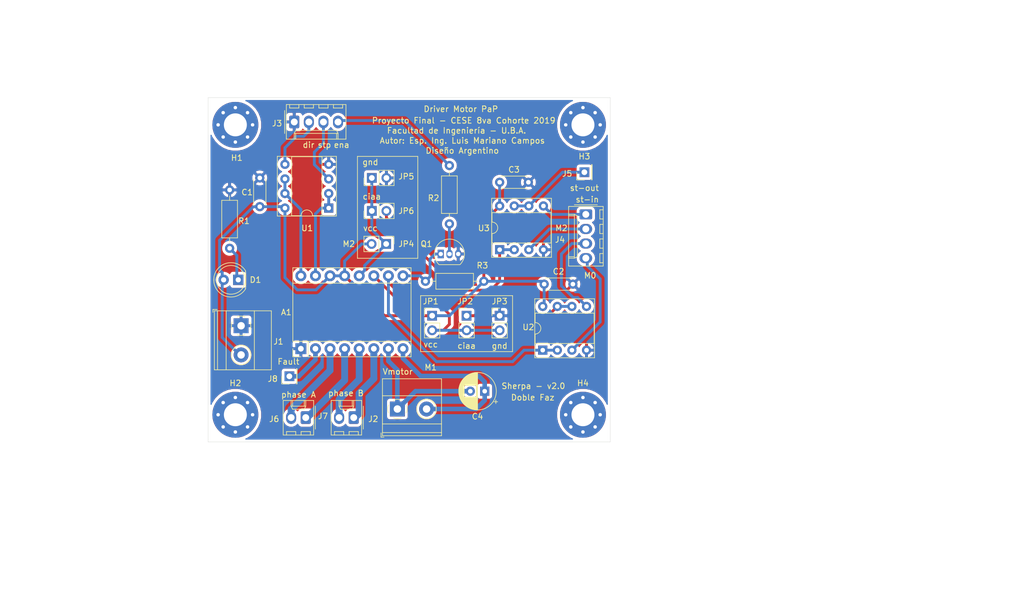
<source format=kicad_pcb>
(kicad_pcb (version 20171130) (host pcbnew 5.1.4-e60b266~84~ubuntu18.04.1)
  (title_block (title "Driver Motor Paso a Paso - Doble faz") (date 2020-05-19) (rev 2.0) (company "Proyecto Final - CESE") (comment 1 "Facultad de Ingeniería - U.B.A.") (comment 2 "Autor : Esp. Ing. Luis Mariano Campos"))
  (layers (0 F.Cu signal) (31 B.Cu signal) (34 B.Paste user hide) (35 F.Paste user hide) (36 B.SilkS user hide) (37 F.SilkS user) (38 B.Mask user hide) (39 F.Mask user hide) (44 Edge.Cuts user))
  (net 0 "")
  (net 1 "Net-(A1-Pad16)")
  (net 2 VDD)
  (net 3 "Net-(A1-Pad15)")
  (net 4 GNDPWR)
  (net 5 VCC)
  (net 6 "Net-(A1-Pad6)")
  (net 7 "Net-(A1-Pad5)")
  (net 8 "Net-(A1-Pad12)")
  (net 9 "Net-(A1-Pad4)")
  (net 10 "Net-(A1-Pad11)")
  (net 11 "Net-(A1-Pad3)")
  (net 12 "Net-(A1-Pad10)")
  (net 13 "Net-(A1-Pad2)")
  (net 14 "Net-(A1-Pad9)")
  (net 15 GND)
  (net 16 "Net-(D1-Pad1)")
  (net 17 "Net-(J3-Pad4)")
  (net 18 "Net-(J3-Pad3)")
  (net 19 "Net-(J3-Pad2)")
  (net 20 "Net-(J4-Pad4)")
  (net 21 "Net-(J4-Pad3)")
  (net 22 "Net-(J4-Pad2)")
  (net 23 "Net-(J4-Pad1)")
  (net 24 "Net-(J5-Pad1)")
  (net 25 "Net-(JP2-Pad1)")
  (net 26 "Net-(JP6-Pad2)")
  (net 27 "Net-(Q1-Pad2)")
  (module Package_TO_SOT_THT:TO-92_Inline (layer F.Cu) (at 115.75 77)
    (fp_text reference Q1 (at -2.75 -1.75) (layer F.SilkS))
    (fp_text value BC547)
    (pad 2 thru_hole oval (at 1.27 0) (size 1.05 1.5) (drill 0.75) (layers *.Cu *.Mask) (net 27 "Net-(Q1-Pad2)"))
    (pad 3 thru_hole oval (at 2.794 0) (size 1.05 1.5) (drill 0.75) (layers *.Cu *.Mask) (net 15 GND))
    (pad 1 thru_hole rect (at -0.254 0) (size 1.05 1.5) (drill 0.75) (layers *.Cu *.Mask) (net 14 "Net-(A1-Pad9)"))
  )
  (module Resistor_THT:R_Axial_DIN0207_L6.3mm_D2.5mm_P10.16mm_Horizontal (layer F.Cu) (at 117 71.75 90)
    (fp_text reference R2 (at 4.5 -2.75 180) (layer F.SilkS))
    (fp_text value 33k)
    (pad 2 thru_hole oval (at 10.16 0 90) (size 1.6 1.6) (drill 0.8) (layers *.Cu *.Mask) (net 17 "Net-(J3-Pad4)"))
    (pad 1 thru_hole circle (at 0 0 90) (size 1.6 1.6) (drill 0.8) (layers *.Cu *.Mask) (net 27 "Net-(Q1-Pad2)"))
  )
  (module Connector_PinHeader_2.54mm:PinHeader_1x02_P2.54mm_Vertical (layer F.Cu) (at 103.5 69.5 90)
    (fp_text reference JP6 (at 0 6 180) (layer F.SilkS))
    (fp_text value Jumper_2_Open)
    (pad 2 thru_hole oval (at 0 2.54 90) (size 1.7 1.7) (drill 1) (layers *.Cu *.Mask) (net 26 "Net-(JP6-Pad2)"))
    (pad 1 thru_hole rect (at 0 0 90) (size 1.7 1.7) (drill 1) (layers *.Cu *.Mask) (net 8 "Net-(A1-Pad12)"))
  )
  (module Package_DIP:DIP-8_W7.62mm_Socket (layer F.Cu) (at 133.25 93.75 90)
    (fp_text reference U2 (at 4 -2.5 180) (layer F.SilkS))
    (fp_text value LM358)
    (pad 8 thru_hole oval (at 7.62 0 90) (size 1.6 1.6) (drill 0.8) (layers *.Cu *.Mask) (net 5 VCC))
    (pad 4 thru_hole oval (at 0 7.62 90) (size 1.6 1.6) (drill 0.8) (layers *.Cu *.Mask) (net 15 GND))
    (pad 7 thru_hole oval (at 7.62 2.54 90) (size 1.6 1.6) (drill 0.8) (layers *.Cu *.Mask) (net 25 "Net-(JP2-Pad1)"))
    (pad 3 thru_hole oval (at 0 5.08 90) (size 1.6 1.6) (drill 0.8) (layers *.Cu *.Mask) (net 20 "Net-(J4-Pad4)"))
    (pad 6 thru_hole oval (at 7.62 5.08 90) (size 1.6 1.6) (drill 0.8) (layers *.Cu *.Mask) (net 25 "Net-(JP2-Pad1)"))
    (pad 2 thru_hole oval (at 0 2.54 90) (size 1.6 1.6) (drill 0.8) (layers *.Cu *.Mask) (net 12 "Net-(A1-Pad10)"))
    (pad 5 thru_hole oval (at 7.62 7.62 90) (size 1.6 1.6) (drill 0.8) (layers *.Cu *.Mask) (net 21 "Net-(J4-Pad3)"))
    (pad 1 thru_hole rect (at 0 0 90) (size 1.6 1.6) (drill 0.8) (layers *.Cu *.Mask) (net 12 "Net-(A1-Pad10)"))
  )
  (module Module:Pololu_Breakout-16_15.2x20.3mm (layer F.Cu) (at 91.15 93.5 90)
    (fp_text reference A1 (at 6.35 -2.54 180) (layer F.SilkS))
    (fp_text value Pololu_Breakout_DRV8825)
    (pad 16 thru_hole oval (at 12.7 0 90) (size 1.9 1.9) (drill 1) (layers *.Cu *.Mask) (net 1 "Net-(A1-Pad16)"))
    (pad 8 thru_hole oval (at 0 17.78 90) (size 1.9 1.9) (drill 1) (layers *.Cu *.Mask) (net 2 VDD))
    (pad 15 thru_hole oval (at 12.7 2.54 90) (size 1.9 1.9) (drill 1) (layers *.Cu *.Mask) (net 3 "Net-(A1-Pad15)"))
    (pad 7 thru_hole oval (at 0 15.24 90) (size 1.9 1.9) (drill 1) (layers *.Cu *.Mask) (net 4 GNDPWR))
    (pad 14 thru_hole oval (at 12.7 5.08 90) (size 1.9 1.9) (drill 1) (layers *.Cu *.Mask) (net 5 VCC))
    (pad 6 thru_hole oval (at 0 12.7 90) (size 1.9 1.9) (drill 1) (layers *.Cu *.Mask) (net 6 "Net-(A1-Pad6)"))
    (pad 13 thru_hole oval (at 12.7 7.62 90) (size 1.9 1.9) (drill 1) (layers *.Cu *.Mask) (net 5 VCC))
    (pad 5 thru_hole oval (at 0 10.16 90) (size 1.9 1.9) (drill 1) (layers *.Cu *.Mask) (net 7 "Net-(A1-Pad5)"))
    (pad 12 thru_hole oval (at 12.7 10.16 90) (size 1.9 1.9) (drill 1) (layers *.Cu *.Mask) (net 8 "Net-(A1-Pad12)"))
    (pad 4 thru_hole oval (at 0 7.62 90) (size 1.9 1.9) (drill 1) (layers *.Cu *.Mask) (net 9 "Net-(A1-Pad4)"))
    (pad 11 thru_hole oval (at 12.7 12.7 90) (size 1.9 1.9) (drill 1) (layers *.Cu *.Mask) (net 10 "Net-(A1-Pad11)"))
    (pad 3 thru_hole oval (at 0 5.08 90) (size 1.9 1.9) (drill 1) (layers *.Cu *.Mask) (net 11 "Net-(A1-Pad3)"))
    (pad 10 thru_hole oval (at 12.7 15.24 90) (size 1.9 1.9) (drill 1) (layers *.Cu *.Mask) (net 12 "Net-(A1-Pad10)"))
    (pad 2 thru_hole oval (at 0 2.54 90) (size 1.9 1.9) (drill 1) (layers *.Cu *.Mask) (net 13 "Net-(A1-Pad2)"))
    (pad 9 thru_hole oval (at 12.7 17.78 90) (size 1.9 1.9) (drill 1) (layers *.Cu *.Mask) (net 14 "Net-(A1-Pad9)"))
    (pad 1 thru_hole rect (at 0 0 90) (size 1.9 1.9) (drill 1) (layers *.Cu *.Mask) (net 15 GND))
  )
  (module Connector_Molex:Molex_KK-254_AE-6410-02A_1x02_P2.54mm_Vertical (layer F.Cu) (at 92 105.5 180)
    (fp_text reference J6 (at 5.5 -0.25 180) (layer F.SilkS))
    (fp_text value Conn_01x02)
    (pad 2 thru_hole oval (at 2.54 0 180) (size 1.74 2.2) (drill 1.2) (layers *.Cu *.Mask) (net 11 "Net-(A1-Pad3)"))
    (pad 1 thru_hole roundrect (at 0 0 180) (size 1.74 2.2) (drill 1.2) (layers *.Cu *.Mask) (roundrect_rratio 0.143678) (net 9 "Net-(A1-Pad4)"))
  )
  (module TerminalBlock_Phoenix:TerminalBlock_Phoenix_MKDS-1,5-2-5.08_1x02_P5.08mm_Horizontal (layer F.Cu) (at 107.95 104)
    (fp_text reference J2 (at -4.2 1.75 180) (layer F.SilkS))
    (fp_text value Conn_01x02)
    (pad 2 thru_hole circle (at 5.08 0) (size 2.6 2.6) (drill 1.3) (layers *.Cu *.Mask) (net 2 VDD))
    (pad 1 thru_hole rect (at 0 0) (size 2.6 2.6) (drill 1.3) (layers *.Cu *.Mask) (net 4 GNDPWR))
  )
  (module Package_DIP:DIP-8_W7.62mm_Socket (layer F.Cu) (at 125.75 76.25 90)
    (fp_text reference U3 (at 3.75 -2.75 180) (layer F.SilkS))
    (fp_text value LM358)
    (pad 8 thru_hole oval (at 7.62 0 90) (size 1.6 1.6) (drill 0.8) (layers *.Cu *.Mask) (net 5 VCC))
    (pad 4 thru_hole oval (at 0 7.62 90) (size 1.6 1.6) (drill 0.8) (layers *.Cu *.Mask) (net 15 GND))
    (pad 7 thru_hole oval (at 7.62 2.54 90) (size 1.6 1.6) (drill 0.8) (layers *.Cu *.Mask) (net 24 "Net-(J5-Pad1)"))
    (pad 3 thru_hole oval (at 0 5.08 90) (size 1.6 1.6) (drill 0.8) (layers *.Cu *.Mask) (net 22 "Net-(J4-Pad2)"))
    (pad 6 thru_hole oval (at 7.62 5.08 90) (size 1.6 1.6) (drill 0.8) (layers *.Cu *.Mask) (net 24 "Net-(J5-Pad1)"))
    (pad 2 thru_hole oval (at 0 2.54 90) (size 1.6 1.6) (drill 0.8) (layers *.Cu *.Mask) (net 26 "Net-(JP6-Pad2)"))
    (pad 5 thru_hole oval (at 7.62 7.62 90) (size 1.6 1.6) (drill 0.8) (layers *.Cu *.Mask) (net 23 "Net-(J4-Pad1)"))
    (pad 1 thru_hole rect (at 0 0 90) (size 1.6 1.6) (drill 0.8) (layers *.Cu *.Mask) (net 26 "Net-(JP6-Pad2)"))
  )
  (module Package_DIP:DIP-8_W7.62mm_Socket (layer F.Cu) (at 96 69 180)
    (fp_text reference U1 (at 3.75 -3.5 180) (layer F.SilkS))
    (fp_text value LM358)
    (pad 8 thru_hole oval (at 7.62 0 180) (size 1.6 1.6) (drill 0.8) (layers *.Cu *.Mask) (net 5 VCC))
    (pad 4 thru_hole oval (at 0 7.62 180) (size 1.6 1.6) (drill 0.8) (layers *.Cu *.Mask) (net 15 GND))
    (pad 7 thru_hole oval (at 7.62 2.54 180) (size 1.6 1.6) (drill 0.8) (layers *.Cu *.Mask) (net 1 "Net-(A1-Pad16)"))
    (pad 3 thru_hole oval (at 0 5.08 180) (size 1.6 1.6) (drill 0.8) (layers *.Cu *.Mask) (net 18 "Net-(J3-Pad3)"))
    (pad 6 thru_hole oval (at 7.62 5.08 180) (size 1.6 1.6) (drill 0.8) (layers *.Cu *.Mask) (net 1 "Net-(A1-Pad16)"))
    (pad 2 thru_hole oval (at 0 2.54 180) (size 1.6 1.6) (drill 0.8) (layers *.Cu *.Mask) (net 3 "Net-(A1-Pad15)"))
    (pad 5 thru_hole oval (at 7.62 7.62 180) (size 1.6 1.6) (drill 0.8) (layers *.Cu *.Mask) (net 19 "Net-(J3-Pad2)"))
    (pad 1 thru_hole rect (at 0 0 180) (size 1.6 1.6) (drill 0.8) (layers *.Cu *.Mask) (net 3 "Net-(A1-Pad15)"))
  )
  (module Resistor_THT:R_Axial_DIN0207_L6.3mm_D2.5mm_P10.16mm_Horizontal (layer F.Cu) (at 123 81.75 180)
    (fp_text reference R3 (at 0.25 2.75) (layer F.SilkS))
    (fp_text value 470)
    (pad 2 thru_hole oval (at 10.16 0 180) (size 1.6 1.6) (drill 0.8) (layers *.Cu *.Mask) (net 14 "Net-(A1-Pad9)"))
    (pad 1 thru_hole circle (at 0 0 180) (size 1.6 1.6) (drill 0.8) (layers *.Cu *.Mask) (net 5 VCC))
  )
  (module Resistor_THT:R_Axial_DIN0207_L6.3mm_D2.5mm_P10.16mm_Horizontal (layer F.Cu) (at 78.75 76 90)
    (fp_text reference R1 (at 4.75 2.5 180) (layer F.SilkS))
    (fp_text value 220)
    (pad 2 thru_hole oval (at 10.16 0 90) (size 1.6 1.6) (drill 0.8) (layers *.Cu *.Mask) (net 15 GND))
    (pad 1 thru_hole circle (at 0 0 90) (size 1.6 1.6) (drill 0.8) (layers *.Cu *.Mask) (net 16 "Net-(D1-Pad1)"))
  )
  (module Connector_PinHeader_2.54mm:PinHeader_1x02_P2.54mm_Vertical (layer F.Cu) (at 103.5 63.75 90)
    (fp_text reference JP5 (at 0.25 6 180) (layer F.SilkS))
    (fp_text value Jumper_2_Open)
    (pad 2 thru_hole oval (at 0 2.54 90) (size 1.7 1.7) (drill 1) (layers *.Cu *.Mask) (net 15 GND))
    (pad 1 thru_hole rect (at 0 0 90) (size 1.7 1.7) (drill 1) (layers *.Cu *.Mask) (net 8 "Net-(A1-Pad12)"))
  )
  (module Connector_PinHeader_2.54mm:PinHeader_1x02_P2.54mm_Vertical (layer F.Cu) (at 106 75.25 270)
    (fp_text reference JP4 (at 0 -3.5 180) (layer F.SilkS))
    (fp_text value Jumper_2_Open)
    (pad 2 thru_hole oval (at 0 2.54 270) (size 1.7 1.7) (drill 1) (layers *.Cu *.Mask) (net 5 VCC))
    (pad 1 thru_hole rect (at 0 0 270) (size 1.7 1.7) (drill 1) (layers *.Cu *.Mask) (net 8 "Net-(A1-Pad12)"))
  )
  (module Connector_PinHeader_2.54mm:PinHeader_1x02_P2.54mm_Vertical (layer F.Cu) (at 125.75 87.75)
    (fp_text reference JP3 (at 0 -2.5 180) (layer F.SilkS))
    (fp_text value Jumper_2_Open)
    (pad 2 thru_hole oval (at 0 2.54) (size 1.7 1.7) (drill 1) (layers *.Cu *.Mask) (net 10 "Net-(A1-Pad11)"))
    (pad 1 thru_hole rect (at 0 0) (size 1.7 1.7) (drill 1) (layers *.Cu *.Mask) (net 15 GND))
  )
  (module Connector_PinHeader_2.54mm:PinHeader_1x02_P2.54mm_Vertical (layer F.Cu) (at 120 87.75)
    (fp_text reference JP2 (at -0.25 -2.5 180) (layer F.SilkS))
    (fp_text value Jumper_2_Open)
    (pad 2 thru_hole oval (at 0 2.54) (size 1.7 1.7) (drill 1) (layers *.Cu *.Mask) (net 10 "Net-(A1-Pad11)"))
    (pad 1 thru_hole rect (at 0 0) (size 1.7 1.7) (drill 1) (layers *.Cu *.Mask) (net 25 "Net-(JP2-Pad1)"))
  )
  (module Connector_PinHeader_2.54mm:PinHeader_1x02_P2.54mm_Vertical (layer F.Cu) (at 114 87.75)
    (fp_text reference JP1 (at -0.25 -2.5 180) (layer F.SilkS))
    (fp_text value Jumper_2_Open)
    (pad 2 thru_hole oval (at 0 2.54) (size 1.7 1.7) (drill 1) (layers *.Cu *.Mask) (net 10 "Net-(A1-Pad11)"))
    (pad 1 thru_hole rect (at 0 0) (size 1.7 1.7) (drill 1) (layers *.Cu *.Mask) (net 5 VCC))
  )
  (module Connector_PinHeader_2.54mm:PinHeader_1x01_P2.54mm_Vertical (layer F.Cu) (at 89.15 98.3 90)
    (fp_text reference J8 (at -0.45 -2.9 180) (layer F.SilkS))
    (fp_text value Conn_01x01)
    (pad 1 thru_hole rect (at 0 0 90) (size 1.7 1.7) (drill 1) (layers *.Cu *.Mask) (net 13 "Net-(A1-Pad2)"))
  )
  (module Connector_Molex:Molex_KK-254_AE-6410-02A_1x02_P2.54mm_Vertical (layer F.Cu) (at 100.35 105.5 180)
    (fp_text reference J7 (at 5.35 0.25 180) (layer F.SilkS))
    (fp_text value Conn_01x02)
    (pad 2 thru_hole oval (at 2.54 0 180) (size 1.74 2.2) (drill 1.2) (layers *.Cu *.Mask) (net 7 "Net-(A1-Pad5)"))
    (pad 1 thru_hole roundrect (at 0 0 180) (size 1.74 2.2) (drill 1.2) (layers *.Cu *.Mask) (roundrect_rratio 0.143678) (net 6 "Net-(A1-Pad6)"))
  )
  (module Connector_PinHeader_2.54mm:PinHeader_1x01_P2.54mm_Vertical (layer F.Cu) (at 140.5 62.75 90)
    (fp_text reference J5 (at -0.25 -3 180) (layer F.SilkS))
    (fp_text value Conn_01x01)
    (pad 1 thru_hole rect (at 0 0 90) (size 1.7 1.7) (drill 1) (layers *.Cu *.Mask) (net 24 "Net-(J5-Pad1)"))
  )
  (module Connector_Molex:Molex_KK-254_AE-6410-04A_1x04_P2.54mm_Vertical (layer F.Cu) (at 140.75 70.1 270)
    (fp_text reference J4 (at 4.4 4.5 180) (layer F.SilkS))
    (fp_text value Conn_01x04)
    (pad 4 thru_hole oval (at 7.62 0 270) (size 1.74 2.2) (drill 1.2) (layers *.Cu *.Mask) (net 20 "Net-(J4-Pad4)"))
    (pad 3 thru_hole oval (at 5.08 0 270) (size 1.74 2.2) (drill 1.2) (layers *.Cu *.Mask) (net 21 "Net-(J4-Pad3)"))
    (pad 2 thru_hole oval (at 2.54 0 270) (size 1.74 2.2) (drill 1.2) (layers *.Cu *.Mask) (net 22 "Net-(J4-Pad2)"))
    (pad 1 thru_hole roundrect (at 0 0 270) (size 1.74 2.2) (drill 1.2) (layers *.Cu *.Mask) (roundrect_rratio 0.143678) (net 23 "Net-(J4-Pad1)"))
  )
  (module Connector_Molex:Molex_KK-254_AE-6410-04A_1x04_P2.54mm_Vertical (layer F.Cu) (at 90 54)
    (fp_text reference J3 (at -3 0.25 180) (layer F.SilkS))
    (fp_text value Conn_01x04)
    (pad 4 thru_hole oval (at 7.62 0) (size 1.74 2.2) (drill 1.2) (layers *.Cu *.Mask) (net 17 "Net-(J3-Pad4)"))
    (pad 3 thru_hole oval (at 5.08 0) (size 1.74 2.2) (drill 1.2) (layers *.Cu *.Mask) (net 18 "Net-(J3-Pad3)"))
    (pad 2 thru_hole oval (at 2.54 0) (size 1.74 2.2) (drill 1.2) (layers *.Cu *.Mask) (net 19 "Net-(J3-Pad2)"))
    (pad 1 thru_hole roundrect (at 0 0) (size 1.74 2.2) (drill 1.2) (layers *.Cu *.Mask) (roundrect_rratio 0.144) (net 15 GND))
  )
  (module TerminalBlock_Phoenix:TerminalBlock_Phoenix_MKDS-1,5-2-5.08_1x02_P5.08mm_Horizontal (layer F.Cu) (at 80.75 89.5 270)
    (fp_text reference J1 (at 2.75 -6.5 180) (layer F.SilkS))
    (fp_text value Conn_01x02)
    (pad 2 thru_hole circle (at 5.08 0 270) (size 2.6 2.6) (drill 1.3) (layers *.Cu *.Mask) (net 5 VCC))
    (pad 1 thru_hole rect (at 0 0 270) (size 2.6 2.6) (drill 1.3) (layers *.Cu *.Mask) (net 15 GND))
  )
  (module MountingHole:MountingHole_4mm_Pad_Via (layer F.Cu) (at 140.25 105)
    (fp_text reference H4 (at 0 -5.5 180) (layer F.SilkS))
    (fp_text value MountingHole)
    (pad 1 thru_hole circle (at 2.12132 -2.12132) (size 0.9 0.9) (drill 0.6) (layers *.Cu *.Mask))
    (pad 1 thru_hole circle (at 0 -3) (size 0.9 0.9) (drill 0.6) (layers *.Cu *.Mask))
    (pad 1 thru_hole circle (at -2.12132 -2.12132) (size 0.9 0.9) (drill 0.6) (layers *.Cu *.Mask))
    (pad 1 thru_hole circle (at -3 0) (size 0.9 0.9) (drill 0.6) (layers *.Cu *.Mask))
    (pad 1 thru_hole circle (at -2.12132 2.12132) (size 0.9 0.9) (drill 0.6) (layers *.Cu *.Mask))
    (pad 1 thru_hole circle (at 0 3) (size 0.9 0.9) (drill 0.6) (layers *.Cu *.Mask))
    (pad 1 thru_hole circle (at 2.12132 2.12132) (size 0.9 0.9) (drill 0.6) (layers *.Cu *.Mask))
    (pad 1 thru_hole circle (at 3 0) (size 0.9 0.9) (drill 0.6) (layers *.Cu *.Mask))
    (pad 1 thru_hole circle (at 0 0) (size 8 8) (drill 4) (layers *.Cu *.Mask))
  )
  (module MountingHole:MountingHole_4mm_Pad_Via (layer F.Cu) (at 140.25 54.5)
    (fp_text reference H3 (at 0.25 5.5 180) (layer F.SilkS))
    (fp_text value MountingHole)
    (pad 1 thru_hole circle (at 2.12132 -2.12132) (size 0.9 0.9) (drill 0.6) (layers *.Cu *.Mask))
    (pad 1 thru_hole circle (at 0 -3) (size 0.9 0.9) (drill 0.6) (layers *.Cu *.Mask))
    (pad 1 thru_hole circle (at -2.12132 -2.12132) (size 0.9 0.9) (drill 0.6) (layers *.Cu *.Mask))
    (pad 1 thru_hole circle (at -3 0) (size 0.9 0.9) (drill 0.6) (layers *.Cu *.Mask))
    (pad 1 thru_hole circle (at -2.12132 2.12132) (size 0.9 0.9) (drill 0.6) (layers *.Cu *.Mask))
    (pad 1 thru_hole circle (at 0 3) (size 0.9 0.9) (drill 0.6) (layers *.Cu *.Mask))
    (pad 1 thru_hole circle (at 2.12132 2.12132) (size 0.9 0.9) (drill 0.6) (layers *.Cu *.Mask))
    (pad 1 thru_hole circle (at 3 0) (size 0.9 0.9) (drill 0.6) (layers *.Cu *.Mask))
    (pad 1 thru_hole circle (at 0 0) (size 8 8) (drill 4) (layers *.Cu *.Mask))
  )
  (module MountingHole:MountingHole_4mm_Pad_Via (layer F.Cu) (at 79.75 105)
    (fp_text reference H2 (at 0 -5.5 180) (layer F.SilkS))
    (fp_text value MountingHole)
    (pad 1 thru_hole circle (at 2.12132 -2.12132) (size 0.9 0.9) (drill 0.6) (layers *.Cu *.Mask))
    (pad 1 thru_hole circle (at 0 -3) (size 0.9 0.9) (drill 0.6) (layers *.Cu *.Mask))
    (pad 1 thru_hole circle (at -2.12132 -2.12132) (size 0.9 0.9) (drill 0.6) (layers *.Cu *.Mask))
    (pad 1 thru_hole circle (at -3 0) (size 0.9 0.9) (drill 0.6) (layers *.Cu *.Mask))
    (pad 1 thru_hole circle (at -2.12132 2.12132) (size 0.9 0.9) (drill 0.6) (layers *.Cu *.Mask))
    (pad 1 thru_hole circle (at 0 3) (size 0.9 0.9) (drill 0.6) (layers *.Cu *.Mask))
    (pad 1 thru_hole circle (at 2.12132 2.12132) (size 0.9 0.9) (drill 0.6) (layers *.Cu *.Mask))
    (pad 1 thru_hole circle (at 3 0) (size 0.9 0.9) (drill 0.6) (layers *.Cu *.Mask))
    (pad 1 thru_hole circle (at 0 0) (size 8 8) (drill 4) (layers *.Cu *.Mask))
  )
  (module LED_THT:LED_D5.0mm (layer F.Cu) (at 80.25 81.5 180)
    (fp_text reference D1 (at -3 0 180) (layer F.SilkS))
    (fp_text value LED_PWR)
    (pad 2 thru_hole circle (at 2.54 0 180) (size 1.8 1.8) (drill 0.9) (layers *.Cu *.Mask) (net 5 VCC))
    (pad 1 thru_hole rect (at 0 0 180) (size 1.8 1.8) (drill 0.9) (layers *.Cu *.Mask) (net 16 "Net-(D1-Pad1)"))
  )
  (module Capacitor_THT:C_Disc_D4.3mm_W1.9mm_P5.00mm (layer F.Cu) (at 125.75 64.5)
    (fp_text reference C3 (at 2.5 -2.2 180) (layer F.SilkS))
    (fp_text value 100nF)
    (pad 2 thru_hole circle (at 5 0) (size 1.6 1.6) (drill 0.8) (layers *.Cu *.Mask) (net 15 GND))
    (pad 1 thru_hole circle (at 0 0) (size 1.6 1.6) (drill 0.8) (layers *.Cu *.Mask) (net 5 VCC))
  )
  (module Capacitor_THT:C_Disc_D4.3mm_W1.9mm_P5.00mm (layer F.Cu) (at 133.5 82.25)
    (fp_text reference C2 (at 2.5 -2.2 180) (layer F.SilkS))
    (fp_text value 100nF)
    (pad 2 thru_hole circle (at 5 0) (size 1.6 1.6) (drill 0.8) (layers *.Cu *.Mask) (net 15 GND))
    (pad 1 thru_hole circle (at 0 0) (size 1.6 1.6) (drill 0.8) (layers *.Cu *.Mask) (net 5 VCC))
  )
  (module Capacitor_THT:C_Disc_D4.3mm_W1.9mm_P5.00mm (layer F.Cu) (at 84 68.75 90)
    (fp_text reference C1 (at 2.5 -2.2 180) (layer F.SilkS))
    (fp_text value 100nF)
    (pad 2 thru_hole circle (at 5 0 90) (size 1.6 1.6) (drill 0.8) (layers *.Cu *.Mask) (net 15 GND))
    (pad 1 thru_hole circle (at 0 0 90) (size 1.6 1.6) (drill 0.8) (layers *.Cu *.Mask) (net 5 VCC))
  )
  (module Capacitor_THT:CP_Radial_D6.3mm_P2.50mm (layer F.Cu) (at 123.15 100.9 180)
    (fp_text reference C4 (at 1.25 -4.4 180) (layer F.SilkS))
    (fp_text value 100nF)
    (pad 1 thru_hole rect (at 0 0 180) (size 1.6 1.6) (drill 0.8) (layers *.Cu *.Mask) (net 2 VDD))
    (pad 2 thru_hole circle (at 2.5 0 180) (size 1.6 1.6) (drill 0.8) (layers *.Cu *.Mask) (net 4 GNDPWR))
  )
  (module MountingHole:MountingHole_4mm_Pad_Via (layer F.Cu) (at 79.75 54.5)
    (fp_text reference H1 (at 0.25 5.75 180) (layer F.SilkS))
    (fp_text value MountingHole)
    (pad 1 thru_hole circle (at 0 0) (size 8 8) (drill 4) (layers *.Cu *.Mask))
    (pad 1 thru_hole circle (at 3 0) (size 0.9 0.9) (drill 0.6) (layers *.Cu *.Mask))
    (pad 1 thru_hole circle (at 2.12132 2.12132) (size 0.9 0.9) (drill 0.6) (layers *.Cu *.Mask))
    (pad 1 thru_hole circle (at 0 3) (size 0.9 0.9) (drill 0.6) (layers *.Cu *.Mask))
    (pad 1 thru_hole circle (at -2.12132 2.12132) (size 0.9 0.9) (drill 0.6) (layers *.Cu *.Mask))
    (pad 1 thru_hole circle (at -3 0) (size 0.9 0.9) (drill 0.6) (layers *.Cu *.Mask))
    (pad 1 thru_hole circle (at -2.12132 -2.12132) (size 0.9 0.9) (drill 0.6) (layers *.Cu *.Mask))
    (pad 1 thru_hole circle (at 0 -3) (size 0.9 0.9) (drill 0.6) (layers *.Cu *.Mask))
    (pad 1 thru_hole circle (at 2.12132 -2.12132) (size 0.9 0.9) (drill 0.6) (layers *.Cu *.Mask))
  )
  (gr_line (start 101 77.75) (end 101 60) (layer F.SilkS) (width 0.12))
  (gr_line (start 111.5 77.75) (end 101 77.75) (layer F.SilkS) (width 0.12))
  (gr_line (start 111.5 60) (end 111.5 77.75) (layer F.SilkS) (width 0.12))
  (gr_line (start 101 60) (end 111.5 60) (layer F.SilkS) (width 0.12))
  (gr_line (start 128 94) (end 128 84.25) (layer F.SilkS) (width 0.12))
  (gr_line (start 112 94) (end 112 93.75) (layer F.SilkS) (width 0.12))
  (gr_line (start 128 94) (end 112 94) (layer F.SilkS) (width 0.12))
  (gr_line (start 112 84.25) (end 128 84.25) (layer F.SilkS) (width 0.12))
  (gr_line (start 112 93.75) (end 112 84.25) (layer F.SilkS) (width 0.12))
  (gr_text st-out (at 140.5 65.5) (layer F.SilkS) (effects (font (size 1 1))))
  (gr_text st-in (at 141 67.5) (layer F.SilkS) (effects (font (size 1 1))))
  (gr_text M2 (at 136.5 72.5) (layer F.SilkS) (effects (font (size 1 1))))
  (gr_text M0 (at 141.5 80.75) (layer F.SilkS) (effects (font (size 1 1))))
  (gr_text "Doble Faz" (at 131.5 102) (layer F.SilkS) (effects (font (size 1 1))))
  (gr_text "Sherpa - v2.0 " (at 132 100) (layer F.SilkS) (effects (font (size 1 1))))
  (gr_text Fault (at 89 95.75) (layer F.SilkS) (effects (font (size 1 1))))
  (gr_text Vmotor (at 108 97.5) (layer F.SilkS) (effects (font (size 1 1))))
  (gr_line (start 75 109.75) (end 75 49.75) (layer Edge.Cuts) (width 0.05))
  (gr_line (start 145 109.75) (end 75 109.75) (layer Edge.Cuts) (width 0.05))
  (gr_line (start 145 49.75) (end 145 109.75) (layer Edge.Cuts) (width 0.05))
  (gr_line (start 75 49.75) (end 145 49.75) (layer Edge.Cuts) (width 0.05))
  (gr_text gnd (at 103.25 61) (layer F.SilkS) (effects (font (size 1 1))))
  (gr_text ciaa (at 103.5 67) (layer F.SilkS) (effects (font (size 1 1))))
  (gr_text vcc (at 103.25 72.5) (layer F.SilkS) (effects (font (size 1 1))))
  (gr_text M2 (at 99.5 75.25) (layer F.SilkS) (effects (font (size 1 1))))
  (gr_text ciaa (at 120 93) (layer F.SilkS) (effects (font (size 1 1))))
  (gr_text vcc (at 113.75 92.75) (layer F.SilkS) (effects (font (size 1 1))))
  (gr_text gnd (at 125.75 93) (layer F.SilkS) (effects (font (size 1 1))))
  (gr_text M1 (at 113.75 96.75) (layer F.SilkS) (effects (font (size 1 1))))
  (gr_text dir (at 92.5 58) (layer F.SilkS) (effects (font (size 1 1))))
  (gr_text stp (at 95.25 58) (layer F.SilkS) (effects (font (size 1 1))))
  (gr_text "ena\n" (at 98.25 58) (layer F.SilkS) (effects (font (size 1 1))))
  (gr_text "phase A" (at 90.75 101.5) (layer F.SilkS) (effects (font (size 1 1))))
  (gr_text "phase B" (at 99 101.25) (layer F.SilkS) (effects (font (size 1 1))))
  (gr_text "Facultad de Ingeniería - U.B.A." (at 118.25 55.5) (layer F.SilkS) (effects (font (size 1 1))))
  (gr_text "Autor: Esp. Ing. Luis Mariano Campos" (at 119.25 57.25) (layer F.SilkS) (effects (font (size 1 1))))
  (gr_text "Diseño Argentino" (at 119.25 59) (layer F.SilkS) (effects (font (size 1 1))))
  (gr_text "Proyecto Final - CESE 8va Cohorte 2019" (at 119.5 53.75) (layer F.SilkS) (effects (font (size 1 1))))
  (gr_text "Driver Motor PaP" (at 119 51.75) (layer F.SilkS) (effects (font (size 1 1))))
  (segment (start 88.38 66.46) (end 88.38 63.92) (width 0.5) (layer B.Cu) (net 1))
  (segment (start 91.15 69.23) (end 88.38 66.46) (width 0.5) (layer B.Cu) (net 1))
  (segment (start 91.15 80.8) (end 91.15 69.23) (width 0.5) (layer B.Cu) (net 1))
  (segment (start 123.15 102.5) (end 123.15 100.9) (width 0.8) (layer B.Cu) (net 2))
  (segment (start 121.65 104) (end 123.15 102.5) (width 0.8) (layer B.Cu) (net 2))
  (segment (start 113.03 104) (end 121.65 104) (width 0.8) (layer B.Cu) (net 2))
  (segment (start 108.93 95.18) (end 108.93 93.5) (width 0.8) (layer B.Cu) (net 2))
  (segment (start 112 98.25) (end 108.93 95.18) (width 0.8) (layer B.Cu) (net 2))
  (segment (start 122.1 98.25) (end 112 98.25) (width 0.8) (layer B.Cu) (net 2))
  (segment (start 123.15 100.9) (end 123.15 99.3) (width 0.8) (layer B.Cu) (net 2))
  (segment (start 123.15 99.3) (end 122.1 98.25) (width 0.8) (layer B.Cu) (net 2))
  (segment (start 96 66.46) (end 96 69) (width 0.5) (layer B.Cu) (net 3))
  (segment (start 94.7 69) (end 96 69) (width 0.5) (layer B.Cu) (net 3))
  (segment (start 93.69 70.01) (end 94.7 69) (width 0.5) (layer B.Cu) (net 3))
  (segment (start 93.69 80.8) (end 93.69 70.01) (width 0.5) (layer B.Cu) (net 3))
  (segment (start 107.95 104) (end 108 104) (width 0.8) (layer B.Cu) (net 4))
  (segment (start 111.1 100.9) (end 120.65 100.9) (width 0.8) (layer B.Cu) (net 4))
  (segment (start 108 104) (end 111.1 100.9) (width 0.8) (layer B.Cu) (net 4))
  (segment (start 106.39 95.64) (end 106.39 93.5) (width 0.8) (layer B.Cu) (net 4))
  (segment (start 107.95 104) (end 107.95 97.2) (width 0.8) (layer B.Cu) (net 4))
  (segment (start 107.95 97.2) (end 106.39 95.64) (width 0.8) (layer B.Cu) (net 4))
  (segment (start 77.46 91.54) (end 80.5 94.58) (width 0.5) (layer B.Cu) (net 5))
  (segment (start 77.46 81.5) (end 77.46 91.54) (width 0.5) (layer B.Cu) (net 5))
  (segment (start 96.23 80.8) (end 98.77 80.8) (width 0.5) (layer B.Cu) (net 5))
  (segment (start 77.46 80.227208) (end 77 79.767208) (width 0.5) (layer B.Cu) (net 5))
  (segment (start 77.46 81.5) (end 77.46 80.227208) (width 0.5) (layer B.Cu) (net 5))
  (segment (start 77 79.767208) (end 77 74.61863) (width 0.5) (layer B.Cu) (net 5))
  (segment (start 88.13 68.75) (end 88.38 69) (width 0.5) (layer B.Cu) (net 5))
  (segment (start 125.75 64.5) (end 125.75 68.63) (width 0.5) (layer B.Cu) (net 5))
  (segment (start 117 87.75) (end 123 81.75) (width 0.5) (layer B.Cu) (net 5))
  (segment (start 114 87.75) (end 117 87.75) (width 0.5) (layer B.Cu) (net 5))
  (segment (start 133.5 85.88) (end 133.25 86.13) (width 0.5) (layer B.Cu) (net 5))
  (segment (start 133.5 82.25) (end 133.5 85.88) (width 0.5) (layer B.Cu) (net 5))
  (segment (start 123 71.38) (end 125.75 68.63) (width 0.5) (layer F.Cu) (net 5))
  (segment (start 123 81.75) (end 123 71.38) (width 0.5) (layer F.Cu) (net 5))
  (segment (start 105.72 87.75) (end 98.77 80.8) (width 0.5) (layer F.Cu) (net 5))
  (segment (start 114 87.75) (end 105.72 87.75) (width 0.5) (layer F.Cu) (net 5))
  (segment (start 90.527999 83.25) (end 88.38 81.102001) (width 0.5) (layer B.Cu) (net 5))
  (segment (start 96.23 80.8) (end 93.78 83.25) (width 0.5) (layer B.Cu) (net 5))
  (segment (start 93.78 83.25) (end 90.527999 83.25) (width 0.5) (layer B.Cu) (net 5))
  (segment (start 98.77 80.8) (end 98.77 78.23) (width 0.5) (layer B.Cu) (net 5))
  (segment (start 101.75 75.25) (end 103.46 75.25) (width 0.5) (layer B.Cu) (net 5))
  (segment (start 98.77 78.23) (end 101.75 75.25) (width 0.5) (layer B.Cu) (net 5))
  (segment (start 82.86863 68.75) (end 84 68.75) (width 0.5) (layer B.Cu) (net 5))
  (segment (start 77 74.61863) (end 82.86863 68.75) (width 0.5) (layer B.Cu) (net 5))
  (segment (start 84 68.75) (end 88.13 68.75) (width 0.5) (layer B.Cu) (net 5))
  (segment (start 88.38 70.13137) (end 88.38 69) (width 0.5) (layer B.Cu) (net 5))
  (segment (start 88.38 81.102001) (end 88.38 70.13137) (width 0.5) (layer B.Cu) (net 5))
  (segment (start 133 81.75) (end 133.5 82.25) (width 0.5) (layer B.Cu) (net 5))
  (segment (start 123 81.75) (end 133 81.75) (width 0.5) (layer B.Cu) (net 5))
  (segment (start 103.85 98.708351) (end 103.85 94.63137) (width 1.2) (layer B.Cu) (net 6))
  (segment (start 101.289773 101.268578) (end 103.85 98.708351) (width 1.2) (layer B.Cu) (net 6))
  (segment (start 101.289773 104.810227) (end 101.289773 101.268578) (width 1.2) (layer B.Cu) (net 6))
  (segment (start 103.85 94.63137) (end 103.85 93.5) (width 1.2) (layer B.Cu) (net 6))
  (segment (start 100.35 105.75) (end 101.289773 104.810227) (width 1.2) (layer B.Cu) (net 6))
  (segment (start 101.15 93.66) (end 101.31 93.5) (width 1.2) (layer B.Cu) (net 7))
  (segment (start 101.31 94.63137) (end 101.31 93.5) (width 1.2) (layer B.Cu) (net 7))
  (segment (start 101.31 98.844175) (end 101.31 94.63137) (width 1.2) (layer B.Cu) (net 7))
  (segment (start 97.81 102.344175) (end 101.31 98.844175) (width 1.2) (layer B.Cu) (net 7))
  (segment (start 97.81 105.75) (end 97.81 102.344175) (width 1.2) (layer B.Cu) (net 7))
  (segment (start 101.35 80.76) (end 101.31 80.8) (width 0.5) (layer F.Cu) (net 8))
  (segment (start 101.31 80.8) (end 101.555998 80.8) (width 0.5) (layer B.Cu) (net 8))
  (segment (start 102.259999 78.990001) (end 106 75.25) (width 0.5) (layer B.Cu) (net 8))
  (segment (start 102.259999 79.850001) (end 102.259999 78.990001) (width 0.5) (layer B.Cu) (net 8))
  (segment (start 101.31 80.8) (end 102.259999 79.850001) (width 0.5) (layer B.Cu) (net 8))
  (segment (start 103.5 72.75) (end 106 75.25) (width 0.5) (layer B.Cu) (net 8))
  (segment (start 103.5 69.5) (end 103.5 72.75) (width 0.5) (layer B.Cu) (net 8))
  (segment (start 103.5 63.75) (end 103.5 69.5) (width 0.5) (layer B.Cu) (net 8))
  (segment (start 98.77 94.63137) (end 98.77 93.5) (width 1.2) (layer B.Cu) (net 9))
  (segment (start 98.77 98.98) (end 98.77 94.63137) (width 1.2) (layer B.Cu) (net 9))
  (segment (start 92 105.75) (end 98.77 98.98) (width 1.2) (layer B.Cu) (net 9))
  (segment (start 120.04 90.29) (end 119.5 90.29) (width 0.5) (layer B.Cu) (net 10))
  (segment (start 114 90.29) (end 120 90.29) (width 0.5) (layer B.Cu) (net 10))
  (segment (start 121.202081 90.29) (end 125.75 90.29) (width 0.5) (layer B.Cu) (net 10))
  (segment (start 120 90.29) (end 121.202081 90.29) (width 0.5) (layer B.Cu) (net 10))
  (segment (start 114 90.29) (end 115.96 90.29) (width 0.5) (layer F.Cu) (net 10))
  (segment (start 115.96 90.29) (end 117 89.25) (width 0.5) (layer F.Cu) (net 10))
  (segment (start 117 89.25) (end 117 87.5) (width 0.5) (layer F.Cu) (net 10))
  (segment (start 117 87.5) (end 113.75 84.25) (width 0.5) (layer F.Cu) (net 10))
  (segment (start 107.3 84.25) (end 103.85 80.8) (width 0.5) (layer F.Cu) (net 10))
  (segment (start 113.75 84.25) (end 107.3 84.25) (width 0.5) (layer F.Cu) (net 10))
  (segment (start 89.46 105.75) (end 89.46 104.04) (width 1.2) (layer B.Cu) (net 11))
  (segment (start 96.23 97.27) (end 96.23 93.5) (width 1.2) (layer B.Cu) (net 11))
  (segment (start 89.46 104.04) (end 96.23 97.27) (width 1.2) (layer B.Cu) (net 11))
  (segment (start 133.25 93.75) (end 135.79 93.75) (width 0.5) (layer B.Cu) (net 12))
  (segment (start 133.25 93.75) (end 130 93.75) (width 0.5) (layer B.Cu) (net 12))
  (segment (start 130 93.75) (end 128 95.75) (width 0.5) (layer B.Cu) (net 12))
  (segment (start 128 95.75) (end 114.75 95.75) (width 0.5) (layer B.Cu) (net 12))
  (segment (start 106.39 87.39) (end 106.39 80.8) (width 0.5) (layer B.Cu) (net 12))
  (segment (start 114.75 95.75) (end 106.39 87.39) (width 0.5) (layer B.Cu) (net 12))
  (segment (start 93.69 94.63137) (end 93.69 93.5) (width 0.8) (layer B.Cu) (net 13))
  (segment (start 93.69 95.41) (end 93.69 94.63137) (width 0.8) (layer B.Cu) (net 13))
  (segment (start 90.8 98.3) (end 93.69 95.41) (width 0.8) (layer B.Cu) (net 13))
  (segment (start 89.15 98.3) (end 90.8 98.3) (width 0.8) (layer B.Cu) (net 13))
  (segment (start 111.89 80.8) (end 112.84 81.75) (width 0.5) (layer B.Cu) (net 14))
  (segment (start 108.93 80.8) (end 111.89 80.8) (width 0.5) (layer B.Cu) (net 14))
  (segment (start 113.639999 80.950001) (end 113.639999 77.860001) (width 0.5) (layer B.Cu) (net 14))
  (segment (start 112.84 81.75) (end 113.639999 80.950001) (width 0.5) (layer B.Cu) (net 14))
  (segment (start 114.5 77) (end 115.74499 77) (width 0.5) (layer B.Cu) (net 14))
  (segment (start 113.639999 77.860001) (end 114.5 77) (width 0.5) (layer B.Cu) (net 14))
  (segment (start 80 77.25) (end 78.75 76) (width 0.5) (layer B.Cu) (net 16))
  (segment (start 80 81.5) (end 80 77.25) (width 0.5) (layer B.Cu) (net 16))
  (segment (start 109.16 53.75) (end 117 61.59) (width 0.5) (layer B.Cu) (net 17))
  (segment (start 97.62 53.75) (end 109.16 53.75) (width 0.5) (layer B.Cu) (net 17))
  (segment (start 95.08 53.75) (end 95.08 57.67) (width 0.5) (layer B.Cu) (net 18))
  (segment (start 95.08 57.67) (end 93.5 59.25) (width 0.5) (layer B.Cu) (net 18))
  (segment (start 93.5 59.25) (end 93.5 61.42) (width 0.5) (layer B.Cu) (net 18))
  (segment (start 93.5 61.42) (end 96 63.92) (width 0.5) (layer B.Cu) (net 18))
  (segment (start 91.64 56.5) (end 92.54 55.6) (width 0.5) (layer B.Cu) (net 19))
  (segment (start 90.383902 56.5) (end 91.64 56.5) (width 0.5) (layer B.Cu) (net 19))
  (segment (start 88.38 58.503902) (end 90.383902 56.5) (width 0.5) (layer B.Cu) (net 19))
  (segment (start 92.54 55.6) (end 92.54 54) (width 0.5) (layer B.Cu) (net 19))
  (segment (start 88.38 61.38) (end 88.38 58.503902) (width 0.5) (layer B.Cu) (net 19))
  (segment (start 143.25 81.34) (end 143.25 88.83) (width 0.5) (layer B.Cu) (net 20))
  (segment (start 141 77.72) (end 141 79.09) (width 0.5) (layer B.Cu) (net 20))
  (segment (start 143.25 88.83) (end 138.33 93.75) (width 0.5) (layer B.Cu) (net 20))
  (segment (start 141 79.09) (end 143.25 81.34) (width 0.5) (layer B.Cu) (net 20))
  (segment (start 140.55 75.18) (end 140.32 75.18) (width 0.5) (layer F.Cu) (net 21))
  (segment (start 141 75.18) (end 141 75.19896) (width 0.5) (layer B.Cu) (net 21))
  (segment (start 138.32 75.18) (end 140.75 75.18) (width 0.5) (layer B.Cu) (net 21))
  (segment (start 136.5 77) (end 138.32 75.18) (width 0.5) (layer B.Cu) (net 21))
  (segment (start 138.535997 84.579999) (end 136.5 82.544002) (width 0.5) (layer B.Cu) (net 21))
  (segment (start 140.87 86.13) (end 139.319999 84.579999) (width 0.5) (layer B.Cu) (net 21))
  (segment (start 136.5 82.544002) (end 136.5 77) (width 0.5) (layer B.Cu) (net 21))
  (segment (start 139.319999 84.579999) (end 138.535997 84.579999) (width 0.5) (layer B.Cu) (net 21))
  (segment (start 134.44 72.64) (end 130.83 76.25) (width 0.5) (layer B.Cu) (net 22))
  (segment (start 141 72.64) (end 134.44 72.64) (width 0.5) (layer B.Cu) (net 22))
  (segment (start 134.84 70.1) (end 141 70.1) (width 0.5) (layer B.Cu) (net 23))
  (segment (start 133.37 68.63) (end 134.84 70.1) (width 0.5) (layer B.Cu) (net 23))
  (segment (start 128.29 68.63) (end 130.83 68.63) (width 0.5) (layer B.Cu) (net 24))
  (segment (start 136.71 62.75) (end 140.5 62.75) (width 0.5) (layer B.Cu) (net 24))
  (segment (start 130.83 68.63) (end 136.71 62.75) (width 0.5) (layer B.Cu) (net 24))
  (segment (start 135.79 86.13) (end 138.33 86.13) (width 0.5) (layer B.Cu) (net 25))
  (segment (start 135.79 86.13) (end 134.17 87.75) (width 0.5) (layer F.Cu) (net 25))
  (segment (start 134.17 87.75) (end 129.5 87.75) (width 0.5) (layer F.Cu) (net 25))
  (segment (start 129.5 87.75) (end 127.25 85.5) (width 0.5) (layer F.Cu) (net 25))
  (segment (start 121.35 87.75) (end 120 87.75) (width 0.5) (layer F.Cu) (net 25))
  (segment (start 123.6 85.5) (end 121.35 87.75) (width 0.5) (layer F.Cu) (net 25))
  (segment (start 127.25 85.5) (end 123.6 85.5) (width 0.5) (layer F.Cu) (net 25))
  (segment (start 125.75 76.25) (end 128.29 76.25) (width 0.5) (layer B.Cu) (net 26))
  (segment (start 125.75 81.75) (end 124.199999 83.300001) (width 0.5) (layer F.Cu) (net 26))
  (segment (start 125.75 76.25) (end 125.75 81.75) (width 0.5) (layer F.Cu) (net 26))
  (segment (start 106.04 70.702081) (end 118.63792 83.300001) (width 0.5) (layer F.Cu) (net 26))
  (segment (start 118.63792 83.300001) (end 119.550001 83.300001) (width 0.5) (layer F.Cu) (net 26))
  (segment (start 106.04 69.5) (end 106.04 70.702081) (width 0.5) (layer F.Cu) (net 26))
  (segment (start 124.199999 83.300001) (end 119.550001 83.300001) (width 0.5) (layer F.Cu) (net 26))
  (segment (start 119.550001 83.300001) (end 118.840001 83.300001) (width 0.5) (layer F.Cu) (net 26))
  (segment (start 117 76.98) (end 117.02 77) (width 0.5) (layer B.Cu) (net 27))
  (segment (start 117 71.75) (end 117 76.98) (width 0.5) (layer B.Cu) (net 27))
  (zone (net 15) (net_name GND) (layer B.Cu) (connect_pads (clearance 0.4)) (min_thickness 0.2) (fill yes (arc_segments 32) (thermal_gap 0.5) (thermal_bridge_width 0.5))
    (polygon (pts (xy 72.5 47.5) (xy 147.25 47.5) (xy 147.5 112.25) (xy 72.75 112.25)))
  )
  (zone (net 15) (net_name GND) (layer F.Cu) (connect_pads (clearance 0.5)) (min_thickness 0.254) (fill yes (arc_segments 32) (thermal_gap 0.508) (thermal_bridge_width 0.508))
    (polygon (pts (xy 70 45) (xy 150 45) (xy 150 115.5) (xy 70 115.25)))
  )
)
</source>
